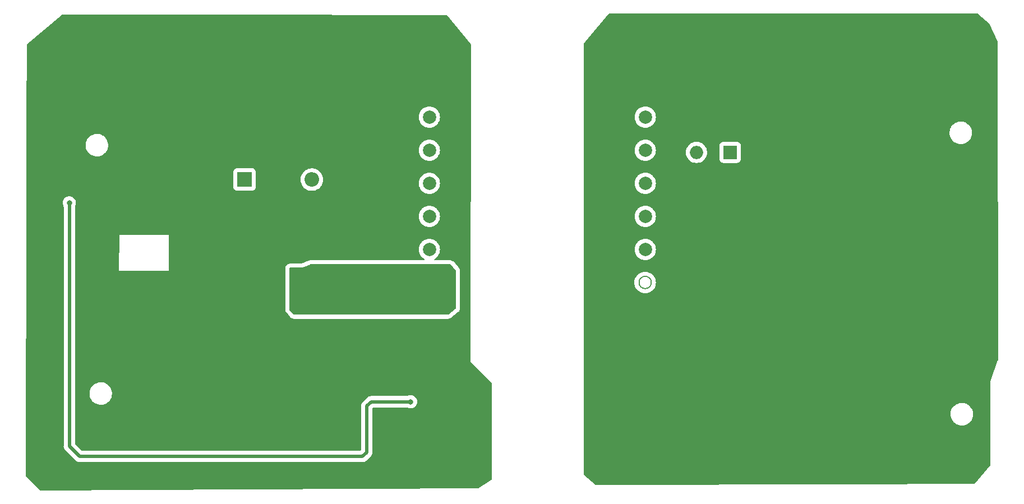
<source format=gbr>
%TF.GenerationSoftware,KiCad,Pcbnew,(6.0.10)*%
%TF.CreationDate,2023-06-11T22:06:00+03:00*%
%TF.ProjectId,flyback,666c7962-6163-46b2-9e6b-696361645f70,rev?*%
%TF.SameCoordinates,Original*%
%TF.FileFunction,Copper,L2,Bot*%
%TF.FilePolarity,Positive*%
%FSLAX46Y46*%
G04 Gerber Fmt 4.6, Leading zero omitted, Abs format (unit mm)*
G04 Created by KiCad (PCBNEW (6.0.10)) date 2023-06-11 22:06:00*
%MOMM*%
%LPD*%
G01*
G04 APERTURE LIST*
%TA.AperFunction,NonConductor*%
%ADD10C,0.200000*%
%TD*%
%TA.AperFunction,ComponentPad*%
%ADD11C,2.000000*%
%TD*%
%TA.AperFunction,ComponentPad*%
%ADD12O,2.000000X2.000000*%
%TD*%
%TA.AperFunction,ComponentPad*%
%ADD13R,2.200000X2.200000*%
%TD*%
%TA.AperFunction,ComponentPad*%
%ADD14O,2.200000X2.200000*%
%TD*%
%TA.AperFunction,ComponentPad*%
%ADD15R,2.000000X2.000000*%
%TD*%
%TA.AperFunction,ViaPad*%
%ADD16C,0.800000*%
%TD*%
%TA.AperFunction,Conductor*%
%ADD17C,0.500000*%
%TD*%
G04 APERTURE END LIST*
D10*
X189138574Y-96164400D02*
G75*
G03*
X189138574Y-96164400I-924574J0D01*
G01*
D11*
%TO.P,T1,11*%
%TO.N,N/C*%
X188229800Y-91186000D03*
%TO.P,T1,10*%
X188229800Y-86186000D03*
%TO.P,T1,9*%
X188229800Y-81186000D03*
%TO.P,T1,8*%
X188229800Y-76186000D03*
%TO.P,T1,7,SB*%
%TO.N,Net-(D2-Pad2)*%
X188229800Y-71186000D03*
%TO.P,T1,6,AA*%
%TO.N,/Vin*%
X155629800Y-71186000D03*
%TO.P,T1,5*%
%TO.N,N/C*%
X155629800Y-76186000D03*
%TO.P,T1,4*%
X155629800Y-81186000D03*
%TO.P,T1,3*%
X155629800Y-86186000D03*
%TO.P,T1,2*%
X155629800Y-91186000D03*
D12*
%TO.P,T1,1,AB*%
%TO.N,Net-(D1-Pad2)*%
X155629800Y-96186000D03*
%TD*%
D13*
%TO.P,D1,1,K*%
%TO.N,Net-(C10-Pad2)*%
X127733000Y-80626000D03*
D14*
%TO.P,D1,2,A*%
%TO.N,Net-(D1-Pad2)*%
X137893000Y-80626000D03*
%TD*%
D15*
%TO.P,D2,1,K*%
%TO.N,/Vout*%
X201041000Y-76510000D03*
D12*
%TO.P,D2,2,A*%
%TO.N,Net-(D2-Pad2)*%
X195961000Y-76510000D03*
%TD*%
D16*
%TO.N,GND2*%
X202793600Y-118338600D03*
X197231000Y-117602000D03*
X200990200Y-111379000D03*
%TO.N,/Vfb*%
X101269800Y-84150200D03*
X152781000Y-114173000D03*
%TO.N,GND1*%
X118795800Y-67995800D03*
X103555800Y-94335600D03*
%TD*%
D17*
%TO.N,/Vfb*%
X152781000Y-114173000D02*
X146837400Y-114173000D01*
X145542000Y-122453400D02*
X102844600Y-122453400D01*
X146177000Y-114833400D02*
X146177000Y-121818400D01*
X102844600Y-122453400D02*
X101269800Y-120878600D01*
X146837400Y-114173000D02*
X146177000Y-114833400D01*
X101269800Y-120878600D02*
X101269800Y-84150200D01*
X146177000Y-121818400D02*
X145542000Y-122453400D01*
%TD*%
%TA.AperFunction,Conductor*%
%TO.N,GND2*%
G36*
X238474915Y-55569802D02*
G01*
X238491156Y-55582211D01*
X240238946Y-57157684D01*
X240269467Y-57199525D01*
X241413983Y-59740380D01*
X241425100Y-59791995D01*
X241475849Y-107901635D01*
X241468593Y-107943908D01*
X240348207Y-111101016D01*
X240341235Y-117678286D01*
X240334849Y-123702636D01*
X240314775Y-123770735D01*
X240304938Y-123784006D01*
X237959388Y-126549286D01*
X237900070Y-126588297D01*
X237863692Y-126593781D01*
X217526239Y-126657053D01*
X180818603Y-126771254D01*
X180750420Y-126751464D01*
X180736251Y-126740955D01*
X178980496Y-125237286D01*
X178941767Y-125177783D01*
X178936456Y-125141537D01*
X178940035Y-115963341D01*
X234313633Y-115963341D01*
X234319729Y-116221990D01*
X234364878Y-116476742D01*
X234448041Y-116721733D01*
X234567305Y-116951325D01*
X234719925Y-117160236D01*
X234902389Y-117343658D01*
X234906235Y-117346499D01*
X234906240Y-117346503D01*
X235053812Y-117455501D01*
X235110498Y-117497370D01*
X235114728Y-117499596D01*
X235114732Y-117499598D01*
X235335226Y-117615605D01*
X235339463Y-117617834D01*
X235584015Y-117702279D01*
X235838526Y-117748761D01*
X235921319Y-117753100D01*
X236082582Y-117753100D01*
X236084961Y-117752919D01*
X236084962Y-117752919D01*
X236270009Y-117738843D01*
X236270014Y-117738842D01*
X236274776Y-117738480D01*
X236279430Y-117737401D01*
X236279432Y-117737401D01*
X236522151Y-117681142D01*
X236522150Y-117681142D01*
X236526815Y-117680061D01*
X236767118Y-117584190D01*
X236990154Y-117453073D01*
X236993865Y-117450052D01*
X236993869Y-117450049D01*
X237187079Y-117292751D01*
X237190791Y-117289729D01*
X237364413Y-117097915D01*
X237507022Y-116882047D01*
X237615338Y-116647091D01*
X237686868Y-116398455D01*
X237719967Y-116141859D01*
X237713871Y-115883210D01*
X237668722Y-115628458D01*
X237585559Y-115383467D01*
X237466295Y-115153875D01*
X237313675Y-114944964D01*
X237131211Y-114761542D01*
X237127365Y-114758701D01*
X237127360Y-114758697D01*
X236926954Y-114610675D01*
X236926953Y-114610674D01*
X236923102Y-114607830D01*
X236918872Y-114605604D01*
X236918868Y-114605602D01*
X236698374Y-114489595D01*
X236698372Y-114489594D01*
X236694137Y-114487366D01*
X236449585Y-114402921D01*
X236195074Y-114356439D01*
X236112281Y-114352100D01*
X235951018Y-114352100D01*
X235948639Y-114352281D01*
X235948638Y-114352281D01*
X235763591Y-114366357D01*
X235763586Y-114366358D01*
X235758824Y-114366720D01*
X235754170Y-114367799D01*
X235754168Y-114367799D01*
X235606351Y-114402061D01*
X235506785Y-114425139D01*
X235266482Y-114521010D01*
X235043446Y-114652127D01*
X235039735Y-114655148D01*
X235039731Y-114655151D01*
X234904883Y-114764935D01*
X234842809Y-114815471D01*
X234669187Y-115007285D01*
X234526578Y-115223153D01*
X234418262Y-115458109D01*
X234346732Y-115706745D01*
X234313633Y-115963341D01*
X178940035Y-115963341D01*
X178947757Y-96164400D01*
X186583901Y-96164400D01*
X186603970Y-96419404D01*
X186605124Y-96424211D01*
X186605125Y-96424217D01*
X186642625Y-96580411D01*
X186663684Y-96668128D01*
X186761571Y-96904449D01*
X186895222Y-97122548D01*
X187061346Y-97317054D01*
X187255852Y-97483178D01*
X187473951Y-97616829D01*
X187478521Y-97618722D01*
X187478525Y-97618724D01*
X187705699Y-97712822D01*
X187710272Y-97714716D01*
X187797989Y-97735775D01*
X187954183Y-97773275D01*
X187954189Y-97773276D01*
X187958996Y-97774430D01*
X188214000Y-97794499D01*
X188469004Y-97774430D01*
X188473811Y-97773276D01*
X188473817Y-97773275D01*
X188630011Y-97735775D01*
X188717728Y-97714716D01*
X188722301Y-97712822D01*
X188949475Y-97618724D01*
X188949479Y-97618722D01*
X188954049Y-97616829D01*
X189172148Y-97483178D01*
X189366654Y-97317054D01*
X189532778Y-97122548D01*
X189666429Y-96904449D01*
X189764316Y-96668128D01*
X189785375Y-96580411D01*
X189822875Y-96424217D01*
X189822876Y-96424211D01*
X189824030Y-96419404D01*
X189844099Y-96164400D01*
X189824030Y-95909396D01*
X189822876Y-95904589D01*
X189822875Y-95904583D01*
X189765471Y-95665484D01*
X189764316Y-95660672D01*
X189666429Y-95424351D01*
X189532778Y-95206252D01*
X189366654Y-95011746D01*
X189172148Y-94845622D01*
X188954049Y-94711971D01*
X188949479Y-94710078D01*
X188949475Y-94710076D01*
X188722301Y-94615978D01*
X188722299Y-94615977D01*
X188717728Y-94614084D01*
X188630011Y-94593025D01*
X188473817Y-94555525D01*
X188473811Y-94555524D01*
X188469004Y-94554370D01*
X188214000Y-94534301D01*
X187958996Y-94554370D01*
X187954189Y-94555524D01*
X187954183Y-94555525D01*
X187797989Y-94593025D01*
X187710272Y-94614084D01*
X187705701Y-94615977D01*
X187705699Y-94615978D01*
X187478525Y-94710076D01*
X187478521Y-94710078D01*
X187473951Y-94711971D01*
X187255852Y-94845622D01*
X187061346Y-95011746D01*
X186895222Y-95206252D01*
X186761571Y-95424351D01*
X186663684Y-95660672D01*
X186662529Y-95665484D01*
X186605125Y-95904583D01*
X186605124Y-95904589D01*
X186603970Y-95909396D01*
X186583901Y-96164400D01*
X178947757Y-96164400D01*
X178949699Y-91186000D01*
X186624351Y-91186000D01*
X186644117Y-91437148D01*
X186702927Y-91682111D01*
X186799334Y-91914859D01*
X186930964Y-92129659D01*
X186934176Y-92133419D01*
X186934179Y-92133424D01*
X187079056Y-92303052D01*
X187094576Y-92321224D01*
X187098338Y-92324437D01*
X187282376Y-92481621D01*
X187282381Y-92481624D01*
X187286141Y-92484836D01*
X187500941Y-92616466D01*
X187505511Y-92618359D01*
X187505515Y-92618361D01*
X187729116Y-92710979D01*
X187733689Y-92712873D01*
X187818089Y-92733135D01*
X187973839Y-92770528D01*
X187973845Y-92770529D01*
X187978652Y-92771683D01*
X188229800Y-92791449D01*
X188480948Y-92771683D01*
X188485755Y-92770529D01*
X188485761Y-92770528D01*
X188641511Y-92733135D01*
X188725911Y-92712873D01*
X188730484Y-92710979D01*
X188954085Y-92618361D01*
X188954089Y-92618359D01*
X188958659Y-92616466D01*
X189173459Y-92484836D01*
X189177219Y-92481624D01*
X189177224Y-92481621D01*
X189361262Y-92324437D01*
X189365024Y-92321224D01*
X189380544Y-92303052D01*
X189525421Y-92133424D01*
X189525424Y-92133419D01*
X189528636Y-92129659D01*
X189660266Y-91914859D01*
X189756673Y-91682111D01*
X189815483Y-91437148D01*
X189835249Y-91186000D01*
X189815483Y-90934852D01*
X189756673Y-90689889D01*
X189660266Y-90457141D01*
X189528636Y-90242341D01*
X189525424Y-90238581D01*
X189525421Y-90238576D01*
X189368237Y-90054538D01*
X189365024Y-90050776D01*
X189346852Y-90035256D01*
X189177224Y-89890379D01*
X189177219Y-89890376D01*
X189173459Y-89887164D01*
X188958659Y-89755534D01*
X188954089Y-89753641D01*
X188954085Y-89753639D01*
X188730484Y-89661021D01*
X188730482Y-89661020D01*
X188725911Y-89659127D01*
X188641511Y-89638865D01*
X188485761Y-89601472D01*
X188485755Y-89601471D01*
X188480948Y-89600317D01*
X188229800Y-89580551D01*
X187978652Y-89600317D01*
X187973845Y-89601471D01*
X187973839Y-89601472D01*
X187818089Y-89638865D01*
X187733689Y-89659127D01*
X187729118Y-89661020D01*
X187729116Y-89661021D01*
X187505515Y-89753639D01*
X187505511Y-89753641D01*
X187500941Y-89755534D01*
X187286141Y-89887164D01*
X187282381Y-89890376D01*
X187282376Y-89890379D01*
X187112748Y-90035256D01*
X187094576Y-90050776D01*
X187091363Y-90054538D01*
X186934179Y-90238576D01*
X186934176Y-90238581D01*
X186930964Y-90242341D01*
X186799334Y-90457141D01*
X186702927Y-90689889D01*
X186644117Y-90934852D01*
X186624351Y-91186000D01*
X178949699Y-91186000D01*
X178951649Y-86186000D01*
X186624351Y-86186000D01*
X186644117Y-86437148D01*
X186702927Y-86682111D01*
X186799334Y-86914859D01*
X186930964Y-87129659D01*
X186934176Y-87133419D01*
X186934179Y-87133424D01*
X187079056Y-87303052D01*
X187094576Y-87321224D01*
X187098338Y-87324437D01*
X187282376Y-87481621D01*
X187282381Y-87481624D01*
X187286141Y-87484836D01*
X187500941Y-87616466D01*
X187505511Y-87618359D01*
X187505515Y-87618361D01*
X187729116Y-87710979D01*
X187733689Y-87712873D01*
X187818089Y-87733135D01*
X187973839Y-87770528D01*
X187973845Y-87770529D01*
X187978652Y-87771683D01*
X188229800Y-87791449D01*
X188480948Y-87771683D01*
X188485755Y-87770529D01*
X188485761Y-87770528D01*
X188641511Y-87733135D01*
X188725911Y-87712873D01*
X188730484Y-87710979D01*
X188954085Y-87618361D01*
X188954089Y-87618359D01*
X188958659Y-87616466D01*
X189173459Y-87484836D01*
X189177219Y-87481624D01*
X189177224Y-87481621D01*
X189361262Y-87324437D01*
X189365024Y-87321224D01*
X189380544Y-87303052D01*
X189525421Y-87133424D01*
X189525424Y-87133419D01*
X189528636Y-87129659D01*
X189660266Y-86914859D01*
X189756673Y-86682111D01*
X189815483Y-86437148D01*
X189835249Y-86186000D01*
X189815483Y-85934852D01*
X189756673Y-85689889D01*
X189660266Y-85457141D01*
X189528636Y-85242341D01*
X189525424Y-85238581D01*
X189525421Y-85238576D01*
X189368237Y-85054538D01*
X189365024Y-85050776D01*
X189346852Y-85035256D01*
X189177224Y-84890379D01*
X189177219Y-84890376D01*
X189173459Y-84887164D01*
X188958659Y-84755534D01*
X188954089Y-84753641D01*
X188954085Y-84753639D01*
X188730484Y-84661021D01*
X188730482Y-84661020D01*
X188725911Y-84659127D01*
X188641511Y-84638865D01*
X188485761Y-84601472D01*
X188485755Y-84601471D01*
X188480948Y-84600317D01*
X188229800Y-84580551D01*
X187978652Y-84600317D01*
X187973845Y-84601471D01*
X187973839Y-84601472D01*
X187818089Y-84638865D01*
X187733689Y-84659127D01*
X187729118Y-84661020D01*
X187729116Y-84661021D01*
X187505515Y-84753639D01*
X187505511Y-84753641D01*
X187500941Y-84755534D01*
X187286141Y-84887164D01*
X187282381Y-84890376D01*
X187282376Y-84890379D01*
X187112748Y-85035256D01*
X187094576Y-85050776D01*
X187091363Y-85054538D01*
X186934179Y-85238576D01*
X186934176Y-85238581D01*
X186930964Y-85242341D01*
X186799334Y-85457141D01*
X186702927Y-85689889D01*
X186644117Y-85934852D01*
X186624351Y-86186000D01*
X178951649Y-86186000D01*
X178953599Y-81186000D01*
X186624351Y-81186000D01*
X186644117Y-81437148D01*
X186702927Y-81682111D01*
X186799334Y-81914859D01*
X186930964Y-82129659D01*
X186934176Y-82133419D01*
X186934179Y-82133424D01*
X187079056Y-82303052D01*
X187094576Y-82321224D01*
X187098338Y-82324437D01*
X187282376Y-82481621D01*
X187282381Y-82481624D01*
X187286141Y-82484836D01*
X187500941Y-82616466D01*
X187505511Y-82618359D01*
X187505515Y-82618361D01*
X187729116Y-82710979D01*
X187733689Y-82712873D01*
X187818089Y-82733135D01*
X187973839Y-82770528D01*
X187973845Y-82770529D01*
X187978652Y-82771683D01*
X188229800Y-82791449D01*
X188480948Y-82771683D01*
X188485755Y-82770529D01*
X188485761Y-82770528D01*
X188641511Y-82733135D01*
X188725911Y-82712873D01*
X188730484Y-82710979D01*
X188954085Y-82618361D01*
X188954089Y-82618359D01*
X188958659Y-82616466D01*
X189173459Y-82484836D01*
X189177219Y-82481624D01*
X189177224Y-82481621D01*
X189361262Y-82324437D01*
X189365024Y-82321224D01*
X189380544Y-82303052D01*
X189525421Y-82133424D01*
X189525424Y-82133419D01*
X189528636Y-82129659D01*
X189660266Y-81914859D01*
X189756673Y-81682111D01*
X189815483Y-81437148D01*
X189835249Y-81186000D01*
X189815483Y-80934852D01*
X189756673Y-80689889D01*
X189660266Y-80457141D01*
X189528636Y-80242341D01*
X189525424Y-80238581D01*
X189525421Y-80238576D01*
X189368237Y-80054538D01*
X189365024Y-80050776D01*
X189346852Y-80035256D01*
X189177224Y-79890379D01*
X189177219Y-79890376D01*
X189173459Y-79887164D01*
X188958659Y-79755534D01*
X188954089Y-79753641D01*
X188954085Y-79753639D01*
X188730484Y-79661021D01*
X188730482Y-79661020D01*
X188725911Y-79659127D01*
X188641511Y-79638865D01*
X188485761Y-79601472D01*
X188485755Y-79601471D01*
X188480948Y-79600317D01*
X188229800Y-79580551D01*
X187978652Y-79600317D01*
X187973845Y-79601471D01*
X187973839Y-79601472D01*
X187818089Y-79638865D01*
X187733689Y-79659127D01*
X187729118Y-79661020D01*
X187729116Y-79661021D01*
X187505515Y-79753639D01*
X187505511Y-79753641D01*
X187500941Y-79755534D01*
X187286141Y-79887164D01*
X187282381Y-79890376D01*
X187282376Y-79890379D01*
X187112748Y-80035256D01*
X187094576Y-80050776D01*
X187091363Y-80054538D01*
X186934179Y-80238576D01*
X186934176Y-80238581D01*
X186930964Y-80242341D01*
X186799334Y-80457141D01*
X186702927Y-80689889D01*
X186644117Y-80934852D01*
X186624351Y-81186000D01*
X178953599Y-81186000D01*
X178954104Y-79890379D01*
X178955549Y-76186000D01*
X186624351Y-76186000D01*
X186644117Y-76437148D01*
X186645271Y-76441955D01*
X186645272Y-76441961D01*
X186682665Y-76597711D01*
X186702927Y-76682111D01*
X186704820Y-76686682D01*
X186704821Y-76686684D01*
X186737659Y-76765961D01*
X186799334Y-76914859D01*
X186930964Y-77129659D01*
X186934176Y-77133419D01*
X186934179Y-77133424D01*
X187027834Y-77243079D01*
X187094576Y-77321224D01*
X187098338Y-77324437D01*
X187282376Y-77481621D01*
X187282381Y-77481624D01*
X187286141Y-77484836D01*
X187500941Y-77616466D01*
X187505511Y-77618359D01*
X187505515Y-77618361D01*
X187729116Y-77710979D01*
X187733689Y-77712873D01*
X187818089Y-77733135D01*
X187973839Y-77770528D01*
X187973845Y-77770529D01*
X187978652Y-77771683D01*
X188229800Y-77791449D01*
X188480948Y-77771683D01*
X188485755Y-77770529D01*
X188485761Y-77770528D01*
X188641511Y-77733135D01*
X188725911Y-77712873D01*
X188730484Y-77710979D01*
X188954085Y-77618361D01*
X188954089Y-77618359D01*
X188958659Y-77616466D01*
X189173459Y-77484836D01*
X189177219Y-77481624D01*
X189177224Y-77481621D01*
X189361262Y-77324437D01*
X189365024Y-77321224D01*
X189431766Y-77243079D01*
X189525421Y-77133424D01*
X189525424Y-77133419D01*
X189528636Y-77129659D01*
X189660266Y-76914859D01*
X189721942Y-76765961D01*
X189754779Y-76686684D01*
X189754780Y-76686682D01*
X189756673Y-76682111D01*
X189776935Y-76597711D01*
X189797993Y-76510000D01*
X194355551Y-76510000D01*
X194375317Y-76761148D01*
X194434127Y-77006111D01*
X194436020Y-77010682D01*
X194436021Y-77010684D01*
X194486862Y-77133424D01*
X194530534Y-77238859D01*
X194662164Y-77453659D01*
X194665376Y-77457419D01*
X194665379Y-77457424D01*
X194799006Y-77613880D01*
X194825776Y-77645224D01*
X194829538Y-77648437D01*
X195013576Y-77805621D01*
X195013581Y-77805624D01*
X195017341Y-77808836D01*
X195232141Y-77940466D01*
X195236711Y-77942359D01*
X195236715Y-77942361D01*
X195460316Y-78034979D01*
X195464889Y-78036873D01*
X195549289Y-78057135D01*
X195705039Y-78094528D01*
X195705045Y-78094529D01*
X195709852Y-78095683D01*
X195961000Y-78115449D01*
X196212148Y-78095683D01*
X196216955Y-78094529D01*
X196216961Y-78094528D01*
X196372711Y-78057135D01*
X196457111Y-78036873D01*
X196461684Y-78034979D01*
X196685285Y-77942361D01*
X196685289Y-77942359D01*
X196689859Y-77940466D01*
X196904659Y-77808836D01*
X196908419Y-77805624D01*
X196908424Y-77805621D01*
X197092462Y-77648437D01*
X197096224Y-77645224D01*
X197122994Y-77613880D01*
X197256621Y-77457424D01*
X197256624Y-77457419D01*
X197259836Y-77453659D01*
X197391466Y-77238859D01*
X197435139Y-77133424D01*
X197485979Y-77010684D01*
X197485980Y-77010682D01*
X197487873Y-77006111D01*
X197546683Y-76761148D01*
X197566449Y-76510000D01*
X197546683Y-76258852D01*
X197530377Y-76190930D01*
X197489028Y-76018701D01*
X197487873Y-76013889D01*
X197455135Y-75934852D01*
X197393361Y-75785715D01*
X197393359Y-75785711D01*
X197391466Y-75781141D01*
X197259836Y-75566341D01*
X197256624Y-75562581D01*
X197256621Y-75562576D01*
X197178099Y-75470639D01*
X199440500Y-75470639D01*
X199440501Y-77549360D01*
X199441039Y-77553444D01*
X199441039Y-77553450D01*
X199454878Y-77658574D01*
X199455956Y-77666762D01*
X199516464Y-77812841D01*
X199612718Y-77938282D01*
X199738159Y-78034536D01*
X199884238Y-78095044D01*
X199892426Y-78096122D01*
X199997545Y-78109961D01*
X200001639Y-78110500D01*
X201040873Y-78110500D01*
X202080360Y-78110499D01*
X202084444Y-78109961D01*
X202084450Y-78109961D01*
X202189575Y-78096122D01*
X202189577Y-78096122D01*
X202197762Y-78095044D01*
X202343841Y-78034536D01*
X202469282Y-77938282D01*
X202565536Y-77812841D01*
X202626044Y-77666762D01*
X202641500Y-77549361D01*
X202641499Y-75470640D01*
X202640325Y-75461715D01*
X202627122Y-75361425D01*
X202627122Y-75361423D01*
X202626044Y-75353238D01*
X202565536Y-75207159D01*
X202469282Y-75081718D01*
X202343841Y-74985464D01*
X202197762Y-74924956D01*
X202189574Y-74923878D01*
X202084448Y-74910038D01*
X202084447Y-74910038D01*
X202080361Y-74909500D01*
X201041127Y-74909500D01*
X200001640Y-74909501D01*
X199997556Y-74910039D01*
X199997550Y-74910039D01*
X199892425Y-74923878D01*
X199892423Y-74923878D01*
X199884238Y-74924956D01*
X199738159Y-74985464D01*
X199612718Y-75081718D01*
X199516464Y-75207159D01*
X199455956Y-75353238D01*
X199440500Y-75470639D01*
X197178099Y-75470639D01*
X197099437Y-75378538D01*
X197096224Y-75374776D01*
X196960339Y-75258719D01*
X196908424Y-75214379D01*
X196908419Y-75214376D01*
X196904659Y-75211164D01*
X196689859Y-75079534D01*
X196685289Y-75077641D01*
X196685285Y-75077639D01*
X196461684Y-74985021D01*
X196461682Y-74985020D01*
X196457111Y-74983127D01*
X196356085Y-74958873D01*
X196216961Y-74925472D01*
X196216955Y-74925471D01*
X196212148Y-74924317D01*
X195961000Y-74904551D01*
X195709852Y-74924317D01*
X195705045Y-74925471D01*
X195705039Y-74925472D01*
X195565915Y-74958873D01*
X195464889Y-74983127D01*
X195460318Y-74985020D01*
X195460316Y-74985021D01*
X195236715Y-75077639D01*
X195236711Y-75077641D01*
X195232141Y-75079534D01*
X195017341Y-75211164D01*
X195013581Y-75214376D01*
X195013576Y-75214379D01*
X194961661Y-75258719D01*
X194825776Y-75374776D01*
X194822563Y-75378538D01*
X194665379Y-75562576D01*
X194665376Y-75562581D01*
X194662164Y-75566341D01*
X194530534Y-75781141D01*
X194528641Y-75785711D01*
X194528639Y-75785715D01*
X194466865Y-75934852D01*
X194434127Y-76013889D01*
X194432972Y-76018701D01*
X194391624Y-76190930D01*
X194375317Y-76258852D01*
X194355551Y-76510000D01*
X189797993Y-76510000D01*
X189814328Y-76441961D01*
X189814329Y-76441955D01*
X189815483Y-76437148D01*
X189835249Y-76186000D01*
X189815483Y-75934852D01*
X189756673Y-75689889D01*
X189705498Y-75566341D01*
X189662161Y-75461715D01*
X189662159Y-75461711D01*
X189660266Y-75457141D01*
X189528636Y-75242341D01*
X189525424Y-75238581D01*
X189525421Y-75238576D01*
X189368237Y-75054538D01*
X189365024Y-75050776D01*
X189309285Y-75003170D01*
X189177224Y-74890379D01*
X189177219Y-74890376D01*
X189173459Y-74887164D01*
X188958659Y-74755534D01*
X188954089Y-74753641D01*
X188954085Y-74753639D01*
X188730484Y-74661021D01*
X188730482Y-74661020D01*
X188725911Y-74659127D01*
X188641511Y-74638865D01*
X188485761Y-74601472D01*
X188485755Y-74601471D01*
X188480948Y-74600317D01*
X188229800Y-74580551D01*
X187978652Y-74600317D01*
X187973845Y-74601471D01*
X187973839Y-74601472D01*
X187818089Y-74638865D01*
X187733689Y-74659127D01*
X187729118Y-74661020D01*
X187729116Y-74661021D01*
X187505515Y-74753639D01*
X187505511Y-74753641D01*
X187500941Y-74755534D01*
X187286141Y-74887164D01*
X187282381Y-74890376D01*
X187282376Y-74890379D01*
X187150315Y-75003170D01*
X187094576Y-75050776D01*
X187091363Y-75054538D01*
X186934179Y-75238576D01*
X186934176Y-75238581D01*
X186930964Y-75242341D01*
X186799334Y-75457141D01*
X186797441Y-75461711D01*
X186797439Y-75461715D01*
X186754102Y-75566341D01*
X186702927Y-75689889D01*
X186644117Y-75934852D01*
X186624351Y-76186000D01*
X178955549Y-76186000D01*
X178956609Y-73469141D01*
X234161233Y-73469141D01*
X234167329Y-73727790D01*
X234212478Y-73982542D01*
X234295641Y-74227533D01*
X234414905Y-74457125D01*
X234567525Y-74666036D01*
X234749989Y-74849458D01*
X234753835Y-74852299D01*
X234753840Y-74852303D01*
X234930962Y-74983127D01*
X234958098Y-75003170D01*
X234962328Y-75005396D01*
X234962332Y-75005398D01*
X235182826Y-75121405D01*
X235187063Y-75123634D01*
X235431615Y-75208079D01*
X235686126Y-75254561D01*
X235768919Y-75258900D01*
X235930182Y-75258900D01*
X235932561Y-75258719D01*
X235932562Y-75258719D01*
X236117609Y-75244643D01*
X236117614Y-75244642D01*
X236122376Y-75244280D01*
X236127030Y-75243201D01*
X236127032Y-75243201D01*
X236369751Y-75186942D01*
X236369750Y-75186942D01*
X236374415Y-75185861D01*
X236614718Y-75089990D01*
X236837754Y-74958873D01*
X236841465Y-74955852D01*
X236841469Y-74955849D01*
X237034679Y-74798551D01*
X237038391Y-74795529D01*
X237212013Y-74603715D01*
X237354622Y-74387847D01*
X237462938Y-74152891D01*
X237534468Y-73904255D01*
X237567567Y-73647659D01*
X237561471Y-73389010D01*
X237516322Y-73134258D01*
X237433159Y-72889267D01*
X237313895Y-72659675D01*
X237161275Y-72450764D01*
X236978811Y-72267342D01*
X236974965Y-72264501D01*
X236974960Y-72264497D01*
X236774554Y-72116475D01*
X236774553Y-72116474D01*
X236770702Y-72113630D01*
X236766472Y-72111404D01*
X236766468Y-72111402D01*
X236545974Y-71995395D01*
X236545972Y-71995394D01*
X236541737Y-71993166D01*
X236297185Y-71908721D01*
X236042674Y-71862239D01*
X235959881Y-71857900D01*
X235798618Y-71857900D01*
X235796239Y-71858081D01*
X235796238Y-71858081D01*
X235611191Y-71872157D01*
X235611186Y-71872158D01*
X235606424Y-71872520D01*
X235601770Y-71873599D01*
X235601768Y-71873599D01*
X235453951Y-71907861D01*
X235354385Y-71930939D01*
X235114082Y-72026810D01*
X234891046Y-72157927D01*
X234887335Y-72160948D01*
X234887331Y-72160951D01*
X234752483Y-72270735D01*
X234690409Y-72321271D01*
X234516787Y-72513085D01*
X234374178Y-72728953D01*
X234372177Y-72733293D01*
X234372175Y-72733297D01*
X234354479Y-72771683D01*
X234265862Y-72963909D01*
X234194332Y-73212545D01*
X234161233Y-73469141D01*
X178956609Y-73469141D01*
X178957499Y-71186000D01*
X186624351Y-71186000D01*
X186644117Y-71437148D01*
X186702927Y-71682111D01*
X186704820Y-71686682D01*
X186704821Y-71686684D01*
X186796792Y-71908721D01*
X186799334Y-71914859D01*
X186930964Y-72129659D01*
X186934176Y-72133419D01*
X186934179Y-72133424D01*
X187048556Y-72267342D01*
X187094576Y-72321224D01*
X187098338Y-72324437D01*
X187282376Y-72481621D01*
X187282381Y-72481624D01*
X187286141Y-72484836D01*
X187500941Y-72616466D01*
X187505511Y-72618359D01*
X187505515Y-72618361D01*
X187615498Y-72663917D01*
X187733689Y-72712873D01*
X187818089Y-72733135D01*
X187973839Y-72770528D01*
X187973845Y-72770529D01*
X187978652Y-72771683D01*
X188229800Y-72791449D01*
X188480948Y-72771683D01*
X188485755Y-72770529D01*
X188485761Y-72770528D01*
X188641511Y-72733135D01*
X188725911Y-72712873D01*
X188844102Y-72663917D01*
X188954085Y-72618361D01*
X188954089Y-72618359D01*
X188958659Y-72616466D01*
X189173459Y-72484836D01*
X189177219Y-72481624D01*
X189177224Y-72481621D01*
X189361262Y-72324437D01*
X189365024Y-72321224D01*
X189411044Y-72267342D01*
X189525421Y-72133424D01*
X189525424Y-72133419D01*
X189528636Y-72129659D01*
X189660266Y-71914859D01*
X189662809Y-71908721D01*
X189754779Y-71686684D01*
X189754780Y-71686682D01*
X189756673Y-71682111D01*
X189815483Y-71437148D01*
X189835249Y-71186000D01*
X189815483Y-70934852D01*
X189756673Y-70689889D01*
X189660266Y-70457141D01*
X189528636Y-70242341D01*
X189525424Y-70238581D01*
X189525421Y-70238576D01*
X189368237Y-70054538D01*
X189365024Y-70050776D01*
X189346852Y-70035256D01*
X189177224Y-69890379D01*
X189177219Y-69890376D01*
X189173459Y-69887164D01*
X188958659Y-69755534D01*
X188954089Y-69753641D01*
X188954085Y-69753639D01*
X188730484Y-69661021D01*
X188730482Y-69661020D01*
X188725911Y-69659127D01*
X188641511Y-69638865D01*
X188485761Y-69601472D01*
X188485755Y-69601471D01*
X188480948Y-69600317D01*
X188229800Y-69580551D01*
X187978652Y-69600317D01*
X187973845Y-69601471D01*
X187973839Y-69601472D01*
X187818089Y-69638865D01*
X187733689Y-69659127D01*
X187729118Y-69661020D01*
X187729116Y-69661021D01*
X187505515Y-69753639D01*
X187505511Y-69753641D01*
X187500941Y-69755534D01*
X187286141Y-69887164D01*
X187282381Y-69890376D01*
X187282376Y-69890379D01*
X187112748Y-70035256D01*
X187094576Y-70050776D01*
X187091363Y-70054538D01*
X186934179Y-70238576D01*
X186934176Y-70238581D01*
X186930964Y-70242341D01*
X186799334Y-70457141D01*
X186702927Y-70689889D01*
X186644117Y-70934852D01*
X186624351Y-71186000D01*
X178957499Y-71186000D01*
X178961815Y-60119499D01*
X178981844Y-60051387D01*
X178990973Y-60038941D01*
X179196524Y-59791995D01*
X182689817Y-55595192D01*
X182748771Y-55555631D01*
X182786659Y-55549800D01*
X238406794Y-55549800D01*
X238474915Y-55569802D01*
G37*
%TD.AperFunction*%
%TD*%
%TA.AperFunction,Conductor*%
%TO.N,Net-(D1-Pad2)*%
G36*
X158861769Y-93441202D02*
G01*
X158889314Y-93465200D01*
X159583266Y-94274810D01*
X159612412Y-94339549D01*
X159613600Y-94356810D01*
X159613600Y-100090575D01*
X159593598Y-100158696D01*
X159564957Y-100190033D01*
X158504725Y-101014658D01*
X158438673Y-101040692D01*
X158427368Y-101041200D01*
X135161615Y-101041200D01*
X135093494Y-101021198D01*
X135064819Y-100995863D01*
X134496804Y-100314245D01*
X134468560Y-100249108D01*
X134467600Y-100233582D01*
X134467600Y-94055200D01*
X134487602Y-93987079D01*
X134541258Y-93940586D01*
X134593600Y-93929200D01*
X136499600Y-93929200D01*
X136511681Y-93923831D01*
X136511684Y-93923830D01*
X137618165Y-93432060D01*
X137669338Y-93421200D01*
X158793648Y-93421200D01*
X158861769Y-93441202D01*
G37*
%TD.AperFunction*%
%TD*%
%TA.AperFunction,Conductor*%
%TO.N,GND1*%
G36*
X124011053Y-55748478D02*
G01*
X158183009Y-55778348D01*
X158251111Y-55798410D01*
X158279740Y-55823740D01*
X161870418Y-60137541D01*
X161898625Y-60202694D01*
X161899576Y-60218213D01*
X161874200Y-108127800D01*
X161881748Y-108135408D01*
X161881748Y-108135409D01*
X165012650Y-111291358D01*
X165046426Y-111353806D01*
X165049200Y-111380098D01*
X165049200Y-125840132D01*
X165029198Y-125908253D01*
X164992789Y-125945172D01*
X163048574Y-127233214D01*
X162979566Y-127254173D01*
X127675783Y-127416864D01*
X96927326Y-127558562D01*
X96859114Y-127538874D01*
X96838627Y-127522625D01*
X96564079Y-127254000D01*
X94778483Y-125506931D01*
X94743781Y-125444993D01*
X94740602Y-125416673D01*
X94804902Y-84136163D01*
X100264557Y-84136163D01*
X100280975Y-84331683D01*
X100335058Y-84520291D01*
X100405367Y-84657097D01*
X100419300Y-84714689D01*
X100419300Y-120837538D01*
X100418858Y-120848079D01*
X100414540Y-120899502D01*
X100415442Y-120906262D01*
X100415442Y-120906266D01*
X100425181Y-120979259D01*
X100425551Y-120982313D01*
X100434242Y-121062309D01*
X100436416Y-121068769D01*
X100437086Y-121071817D01*
X100437167Y-121072278D01*
X100437203Y-121072429D01*
X100437336Y-121072888D01*
X100438078Y-121075907D01*
X100438980Y-121082669D01*
X100441313Y-121089079D01*
X100441314Y-121089083D01*
X100466497Y-121158271D01*
X100467514Y-121161175D01*
X100493183Y-121237448D01*
X100496700Y-121243302D01*
X100498000Y-121246114D01*
X100498182Y-121246557D01*
X100498258Y-121246716D01*
X100498486Y-121247134D01*
X100499849Y-121249903D01*
X100502182Y-121256315D01*
X100505836Y-121262073D01*
X100505839Y-121262079D01*
X100545290Y-121324244D01*
X100546908Y-121326863D01*
X100588357Y-121395844D01*
X100593046Y-121400803D01*
X100594928Y-121403282D01*
X100595468Y-121404059D01*
X100598425Y-121407969D01*
X100601198Y-121412338D01*
X100604983Y-121416572D01*
X100658489Y-121470078D01*
X100660942Y-121472600D01*
X100715324Y-121530107D01*
X100720966Y-121533941D01*
X100726166Y-121538367D01*
X100725822Y-121538771D01*
X100733718Y-121545307D01*
X102214167Y-123025756D01*
X102221310Y-123033523D01*
X102254620Y-123072940D01*
X102260039Y-123077083D01*
X102260040Y-123077084D01*
X102318540Y-123121810D01*
X102320960Y-123123708D01*
X102383673Y-123174131D01*
X102389791Y-123177168D01*
X102392402Y-123178838D01*
X102392796Y-123179114D01*
X102392920Y-123179191D01*
X102393342Y-123179423D01*
X102395995Y-123181030D01*
X102401420Y-123185177D01*
X102470440Y-123217361D01*
X102474330Y-123219175D01*
X102477105Y-123220510D01*
X102543080Y-123253261D01*
X102543084Y-123253263D01*
X102549193Y-123256295D01*
X102555818Y-123257947D01*
X102558721Y-123259015D01*
X102559173Y-123259203D01*
X102559308Y-123259251D01*
X102559767Y-123259386D01*
X102562708Y-123260387D01*
X102568897Y-123263273D01*
X102575560Y-123264762D01*
X102575559Y-123264762D01*
X102647431Y-123280827D01*
X102650428Y-123281536D01*
X102716538Y-123298019D01*
X102728494Y-123301000D01*
X102735314Y-123301190D01*
X102738392Y-123301612D01*
X102739309Y-123301777D01*
X102744185Y-123302454D01*
X102749237Y-123303583D01*
X102754907Y-123303900D01*
X102830565Y-123303900D01*
X102834084Y-123303949D01*
X102913212Y-123306159D01*
X102919918Y-123304880D01*
X102926715Y-123304333D01*
X102926758Y-123304862D01*
X102936964Y-123303900D01*
X145500938Y-123303900D01*
X145511479Y-123304342D01*
X145562902Y-123308660D01*
X145569662Y-123307758D01*
X145569666Y-123307758D01*
X145642659Y-123298019D01*
X145645713Y-123297649D01*
X145718928Y-123289695D01*
X145718931Y-123289694D01*
X145725709Y-123288958D01*
X145732169Y-123286784D01*
X145735217Y-123286114D01*
X145735678Y-123286033D01*
X145735829Y-123285997D01*
X145736288Y-123285864D01*
X145739307Y-123285122D01*
X145746069Y-123284220D01*
X145752479Y-123281887D01*
X145752483Y-123281886D01*
X145821671Y-123256703D01*
X145824577Y-123255685D01*
X145894377Y-123232195D01*
X145894379Y-123232194D01*
X145900848Y-123230017D01*
X145906702Y-123226500D01*
X145909514Y-123225200D01*
X145909957Y-123225018D01*
X145910116Y-123224942D01*
X145910534Y-123224714D01*
X145913303Y-123223351D01*
X145919715Y-123221018D01*
X145925473Y-123217364D01*
X145925479Y-123217361D01*
X145987644Y-123177910D01*
X145990263Y-123176292D01*
X146053393Y-123138359D01*
X146053395Y-123138358D01*
X146059244Y-123134843D01*
X146064203Y-123130154D01*
X146066682Y-123128272D01*
X146067459Y-123127732D01*
X146071369Y-123124775D01*
X146075738Y-123122002D01*
X146079972Y-123118217D01*
X146133477Y-123064712D01*
X146135999Y-123062259D01*
X146188549Y-123012565D01*
X146188551Y-123012563D01*
X146193507Y-123007876D01*
X146197341Y-123002234D01*
X146201767Y-122997034D01*
X146202170Y-122997377D01*
X146208704Y-122989485D01*
X146749356Y-122448832D01*
X146757124Y-122441689D01*
X146791326Y-122412786D01*
X146796540Y-122408380D01*
X146845409Y-122344462D01*
X146847302Y-122342047D01*
X146893454Y-122284647D01*
X146893456Y-122284644D01*
X146897731Y-122279327D01*
X146900768Y-122273210D01*
X146902438Y-122270598D01*
X146902714Y-122270204D01*
X146902791Y-122270080D01*
X146903023Y-122269658D01*
X146904630Y-122267005D01*
X146908777Y-122261580D01*
X146942779Y-122188662D01*
X146944110Y-122185895D01*
X146976861Y-122119920D01*
X146976863Y-122119916D01*
X146979895Y-122113807D01*
X146981547Y-122107182D01*
X146982615Y-122104279D01*
X146982803Y-122103827D01*
X146982851Y-122103692D01*
X146982986Y-122103233D01*
X146983987Y-122100292D01*
X146986873Y-122094103D01*
X147004427Y-122015569D01*
X147005136Y-122012572D01*
X147022949Y-121941128D01*
X147022949Y-121941127D01*
X147024600Y-121934506D01*
X147024790Y-121927686D01*
X147025212Y-121924608D01*
X147025377Y-121923691D01*
X147026054Y-121918815D01*
X147027183Y-121913763D01*
X147027500Y-121908093D01*
X147027500Y-121832435D01*
X147027549Y-121828917D01*
X147029568Y-121756609D01*
X147029759Y-121749788D01*
X147028480Y-121743082D01*
X147027933Y-121736285D01*
X147028462Y-121736242D01*
X147027500Y-121726036D01*
X147027500Y-115237880D01*
X147047502Y-115169759D01*
X147064404Y-115148785D01*
X147152783Y-115060405D01*
X147215095Y-115026380D01*
X147241879Y-115023500D01*
X152219088Y-115023500D01*
X152280558Y-115039512D01*
X152378513Y-115094257D01*
X152565118Y-115154889D01*
X152759946Y-115178121D01*
X152766081Y-115177649D01*
X152766083Y-115177649D01*
X152949434Y-115163541D01*
X152949438Y-115163540D01*
X152955576Y-115163068D01*
X153144556Y-115110303D01*
X153319689Y-115021837D01*
X153474303Y-114901040D01*
X153544804Y-114819364D01*
X153598485Y-114757173D01*
X153598485Y-114757172D01*
X153602509Y-114752511D01*
X153607511Y-114743707D01*
X153666863Y-114639228D01*
X153699425Y-114581909D01*
X153761358Y-114395732D01*
X153785949Y-114201071D01*
X153786341Y-114173000D01*
X153767194Y-113977728D01*
X153765413Y-113971829D01*
X153765412Y-113971824D01*
X153712265Y-113795793D01*
X153710484Y-113789894D01*
X153618370Y-113616653D01*
X153494361Y-113464602D01*
X153343180Y-113339535D01*
X153170585Y-113246213D01*
X153076868Y-113217203D01*
X152989039Y-113190015D01*
X152989036Y-113190014D01*
X152983152Y-113188193D01*
X152977027Y-113187549D01*
X152977026Y-113187549D01*
X152794147Y-113168327D01*
X152794146Y-113168327D01*
X152788019Y-113167683D01*
X152665383Y-113178844D01*
X152598759Y-113184907D01*
X152598758Y-113184907D01*
X152592618Y-113185466D01*
X152586704Y-113187207D01*
X152586702Y-113187207D01*
X152457734Y-113225165D01*
X152404393Y-113240864D01*
X152398928Y-113243721D01*
X152275664Y-113308162D01*
X152217289Y-113322500D01*
X146878462Y-113322500D01*
X146867921Y-113322058D01*
X146816498Y-113317740D01*
X146809738Y-113318642D01*
X146809734Y-113318642D01*
X146736741Y-113328381D01*
X146733687Y-113328751D01*
X146660472Y-113336705D01*
X146660469Y-113336706D01*
X146653691Y-113337442D01*
X146647231Y-113339616D01*
X146644183Y-113340286D01*
X146643722Y-113340367D01*
X146643571Y-113340403D01*
X146643112Y-113340536D01*
X146640093Y-113341278D01*
X146633331Y-113342180D01*
X146626921Y-113344513D01*
X146626917Y-113344514D01*
X146557729Y-113369697D01*
X146554823Y-113370715D01*
X146485023Y-113394205D01*
X146485021Y-113394206D01*
X146478552Y-113396383D01*
X146472698Y-113399900D01*
X146469886Y-113401200D01*
X146469443Y-113401382D01*
X146469284Y-113401458D01*
X146468866Y-113401686D01*
X146466097Y-113403049D01*
X146459685Y-113405382D01*
X146453927Y-113409036D01*
X146453921Y-113409039D01*
X146391756Y-113448490D01*
X146389137Y-113450108D01*
X146326007Y-113488041D01*
X146326005Y-113488042D01*
X146320156Y-113491557D01*
X146315197Y-113496246D01*
X146312718Y-113498128D01*
X146311941Y-113498668D01*
X146308031Y-113501625D01*
X146303662Y-113504398D01*
X146299428Y-113508183D01*
X146245923Y-113561688D01*
X146243401Y-113564141D01*
X146185893Y-113618524D01*
X146182059Y-113624166D01*
X146177633Y-113629366D01*
X146177230Y-113629023D01*
X146170696Y-113636915D01*
X145604644Y-114202968D01*
X145596876Y-114210111D01*
X145557460Y-114243420D01*
X145553313Y-114248844D01*
X145553312Y-114248845D01*
X145508598Y-114307329D01*
X145506705Y-114309745D01*
X145456269Y-114372473D01*
X145453232Y-114378590D01*
X145451562Y-114381202D01*
X145451286Y-114381596D01*
X145451209Y-114381720D01*
X145450977Y-114382142D01*
X145449370Y-114384795D01*
X145445223Y-114390220D01*
X145411225Y-114463130D01*
X145409890Y-114465905D01*
X145377139Y-114531880D01*
X145377137Y-114531884D01*
X145374105Y-114537993D01*
X145372453Y-114544618D01*
X145371385Y-114547521D01*
X145371197Y-114547973D01*
X145371149Y-114548108D01*
X145371014Y-114548567D01*
X145370013Y-114551508D01*
X145367127Y-114557697D01*
X145365638Y-114564359D01*
X145349573Y-114636231D01*
X145348864Y-114639228D01*
X145331051Y-114710672D01*
X145329400Y-114717294D01*
X145329210Y-114724114D01*
X145328788Y-114727192D01*
X145328623Y-114728109D01*
X145327946Y-114732985D01*
X145326817Y-114738037D01*
X145326500Y-114743707D01*
X145326500Y-114819364D01*
X145326451Y-114822882D01*
X145324241Y-114902011D01*
X145325520Y-114908717D01*
X145326067Y-114915514D01*
X145325538Y-114915557D01*
X145326500Y-114925763D01*
X145326500Y-121413920D01*
X145306498Y-121482041D01*
X145289596Y-121503015D01*
X145226617Y-121565995D01*
X145164305Y-121600020D01*
X145137521Y-121602900D01*
X103249078Y-121602900D01*
X103180957Y-121582898D01*
X103159983Y-121565995D01*
X102157205Y-120563217D01*
X102123179Y-120500905D01*
X102120300Y-120474122D01*
X102120300Y-112839141D01*
X104316433Y-112839141D01*
X104322529Y-113097790D01*
X104323363Y-113102495D01*
X104365842Y-113342180D01*
X104367678Y-113352542D01*
X104450841Y-113597533D01*
X104570105Y-113827125D01*
X104722725Y-114036036D01*
X104905189Y-114219458D01*
X104909035Y-114222299D01*
X104909040Y-114222303D01*
X105109446Y-114370325D01*
X105113298Y-114373170D01*
X105117528Y-114375396D01*
X105117532Y-114375398D01*
X105338026Y-114491405D01*
X105342263Y-114493634D01*
X105586815Y-114578079D01*
X105841326Y-114624561D01*
X105924119Y-114628900D01*
X106085382Y-114628900D01*
X106087761Y-114628719D01*
X106087762Y-114628719D01*
X106272809Y-114614643D01*
X106272814Y-114614642D01*
X106277576Y-114614280D01*
X106282230Y-114613201D01*
X106282232Y-114613201D01*
X106524951Y-114556942D01*
X106524950Y-114556942D01*
X106529615Y-114555861D01*
X106769918Y-114459990D01*
X106992954Y-114328873D01*
X106996665Y-114325852D01*
X106996669Y-114325849D01*
X107184414Y-114173000D01*
X107193591Y-114165529D01*
X107367213Y-113973715D01*
X107509822Y-113757847D01*
X107565573Y-113636915D01*
X107616132Y-113527243D01*
X107616133Y-113527240D01*
X107618138Y-113522891D01*
X107625077Y-113498773D01*
X107673990Y-113328751D01*
X107689668Y-113274255D01*
X107692908Y-113249143D01*
X107722156Y-113022396D01*
X107722767Y-113017659D01*
X107716671Y-112759010D01*
X107671522Y-112504258D01*
X107588359Y-112259267D01*
X107469095Y-112029675D01*
X107316475Y-111820764D01*
X107134011Y-111637342D01*
X107130165Y-111634501D01*
X107130160Y-111634497D01*
X106929754Y-111486475D01*
X106929753Y-111486474D01*
X106925902Y-111483630D01*
X106921672Y-111481404D01*
X106921668Y-111481402D01*
X106701174Y-111365395D01*
X106701172Y-111365394D01*
X106696937Y-111363166D01*
X106452385Y-111278721D01*
X106197874Y-111232239D01*
X106115081Y-111227900D01*
X105953818Y-111227900D01*
X105951439Y-111228081D01*
X105951438Y-111228081D01*
X105766391Y-111242157D01*
X105766386Y-111242158D01*
X105761624Y-111242520D01*
X105756970Y-111243599D01*
X105756968Y-111243599D01*
X105609151Y-111277861D01*
X105509585Y-111300939D01*
X105269282Y-111396810D01*
X105046246Y-111527927D01*
X105042535Y-111530948D01*
X105042531Y-111530951D01*
X104907683Y-111640735D01*
X104845609Y-111691271D01*
X104671987Y-111883085D01*
X104529378Y-112098953D01*
X104421062Y-112333909D01*
X104349532Y-112582545D01*
X104316433Y-112839141D01*
X102120300Y-112839141D01*
X102120300Y-100233582D01*
X133862100Y-100233582D01*
X133863254Y-100270950D01*
X133864214Y-100286476D01*
X133869621Y-100338000D01*
X133871126Y-100343268D01*
X133910061Y-100479572D01*
X133913036Y-100489988D01*
X133941280Y-100555125D01*
X133943639Y-100558956D01*
X133947211Y-100564756D01*
X134031646Y-100701877D01*
X134599661Y-101383495D01*
X134663909Y-101449626D01*
X134692584Y-101474961D01*
X134694810Y-101476603D01*
X134694820Y-101476611D01*
X134772796Y-101534126D01*
X134778352Y-101538224D01*
X134922906Y-101602171D01*
X134991027Y-101622173D01*
X134995483Y-101622814D01*
X134995489Y-101622815D01*
X135091395Y-101636604D01*
X135161615Y-101646700D01*
X158427368Y-101646700D01*
X158428063Y-101646684D01*
X158428100Y-101646684D01*
X158443856Y-101646330D01*
X158454549Y-101646090D01*
X158465854Y-101645582D01*
X158466928Y-101645497D01*
X158466955Y-101645495D01*
X158502146Y-101642699D01*
X158502151Y-101642698D01*
X158507339Y-101642286D01*
X158533521Y-101635752D01*
X158656697Y-101605015D01*
X158656702Y-101605014D01*
X158660703Y-101604015D01*
X158664541Y-101602502D01*
X158664545Y-101602501D01*
X158722560Y-101579635D01*
X158722567Y-101579632D01*
X158726755Y-101577981D01*
X158876466Y-101492611D01*
X158880015Y-101489851D01*
X158880019Y-101489848D01*
X159893124Y-100701877D01*
X159936698Y-100667986D01*
X160011904Y-100598528D01*
X160040545Y-100567191D01*
X160110624Y-100473838D01*
X160174571Y-100329284D01*
X160194573Y-100261163D01*
X160198679Y-100232610D01*
X160218458Y-100095038D01*
X160219100Y-100090575D01*
X160219100Y-94356810D01*
X160217671Y-94315234D01*
X160216483Y-94297973D01*
X160210059Y-94242348D01*
X160164538Y-94090978D01*
X160150459Y-94059706D01*
X160137241Y-94030345D01*
X160137238Y-94030340D01*
X160135392Y-94026239D01*
X160042996Y-93880756D01*
X159991304Y-93820448D01*
X159577071Y-93337177D01*
X159349044Y-93071146D01*
X159287063Y-93008663D01*
X159285353Y-93007173D01*
X159285340Y-93007161D01*
X159272389Y-92995879D01*
X159259518Y-92984665D01*
X159257372Y-92983094D01*
X159257365Y-92983088D01*
X159222538Y-92957586D01*
X159176911Y-92924176D01*
X159032357Y-92860229D01*
X158964236Y-92840227D01*
X158959780Y-92839586D01*
X158959774Y-92839585D01*
X158863868Y-92825796D01*
X158793648Y-92815700D01*
X156480302Y-92815700D01*
X156412181Y-92795698D01*
X156365688Y-92742042D01*
X156355584Y-92671768D01*
X156385078Y-92607188D01*
X156414467Y-92582268D01*
X156569233Y-92487427D01*
X156569244Y-92487419D01*
X156573459Y-92484836D01*
X156577219Y-92481625D01*
X156577224Y-92481621D01*
X156761262Y-92324437D01*
X156765024Y-92321224D01*
X156780544Y-92303052D01*
X156925421Y-92133424D01*
X156925424Y-92133419D01*
X156928636Y-92129659D01*
X157060266Y-91914859D01*
X157156673Y-91682111D01*
X157215483Y-91437148D01*
X157235249Y-91186000D01*
X157215483Y-90934852D01*
X157156673Y-90689889D01*
X157060266Y-90457141D01*
X156928636Y-90242341D01*
X156925424Y-90238581D01*
X156925421Y-90238576D01*
X156768237Y-90054538D01*
X156765024Y-90050776D01*
X156746852Y-90035256D01*
X156577224Y-89890379D01*
X156577219Y-89890376D01*
X156573459Y-89887164D01*
X156358659Y-89755534D01*
X156354089Y-89753641D01*
X156354085Y-89753639D01*
X156130484Y-89661021D01*
X156130482Y-89661020D01*
X156125911Y-89659127D01*
X156041511Y-89638865D01*
X155885761Y-89601472D01*
X155885755Y-89601471D01*
X155880948Y-89600317D01*
X155629800Y-89580551D01*
X155378652Y-89600317D01*
X155373845Y-89601471D01*
X155373839Y-89601472D01*
X155218089Y-89638865D01*
X155133689Y-89659127D01*
X155129118Y-89661020D01*
X155129116Y-89661021D01*
X154905515Y-89753639D01*
X154905511Y-89753641D01*
X154900941Y-89755534D01*
X154686141Y-89887164D01*
X154682381Y-89890376D01*
X154682376Y-89890379D01*
X154512748Y-90035256D01*
X154494576Y-90050776D01*
X154491363Y-90054538D01*
X154334179Y-90238576D01*
X154334176Y-90238581D01*
X154330964Y-90242341D01*
X154199334Y-90457141D01*
X154102927Y-90689889D01*
X154044117Y-90934852D01*
X154024351Y-91186000D01*
X154044117Y-91437148D01*
X154102927Y-91682111D01*
X154199334Y-91914859D01*
X154330964Y-92129659D01*
X154334176Y-92133419D01*
X154334179Y-92133424D01*
X154479056Y-92303052D01*
X154494576Y-92321224D01*
X154498338Y-92324437D01*
X154682376Y-92481621D01*
X154682381Y-92481625D01*
X154686141Y-92484836D01*
X154690356Y-92487419D01*
X154690367Y-92487427D01*
X154845133Y-92582268D01*
X154892764Y-92634915D01*
X154904371Y-92704957D01*
X154876268Y-92770154D01*
X154817377Y-92809808D01*
X154779298Y-92815700D01*
X137669338Y-92815700D01*
X137543637Y-92828891D01*
X137540418Y-92829574D01*
X137540419Y-92829574D01*
X137495686Y-92839067D01*
X137495682Y-92839068D01*
X137492464Y-92839751D01*
X137478952Y-92844134D01*
X137375376Y-92877732D01*
X137375370Y-92877734D01*
X137372248Y-92878747D01*
X136935420Y-93072893D01*
X136395539Y-93312840D01*
X136344366Y-93323700D01*
X134593600Y-93323700D01*
X134464895Y-93337537D01*
X134461611Y-93338251D01*
X134461607Y-93338252D01*
X134416207Y-93348128D01*
X134416205Y-93348129D01*
X134412553Y-93348923D01*
X134409016Y-93350147D01*
X134409013Y-93350148D01*
X134330968Y-93377159D01*
X134276689Y-93395945D01*
X134219680Y-93433548D01*
X134148186Y-93480706D01*
X134148179Y-93480711D01*
X134144741Y-93482979D01*
X134091085Y-93529472D01*
X134069758Y-93548859D01*
X134066695Y-93552660D01*
X134066694Y-93552661D01*
X133975757Y-93665507D01*
X133975755Y-93665510D01*
X133970576Y-93671937D01*
X133906629Y-93816491D01*
X133886627Y-93884612D01*
X133862100Y-94055200D01*
X133862100Y-100233582D01*
X102120300Y-100233582D01*
X102120300Y-94437200D01*
X108788200Y-94437200D01*
X116281200Y-94437200D01*
X116281117Y-94419085D01*
X116255884Y-88968915D01*
X116255800Y-88950800D01*
X116242290Y-88950846D01*
X116242289Y-88950846D01*
X109900674Y-88972564D01*
X108839000Y-88976200D01*
X108788200Y-94437200D01*
X102120300Y-94437200D01*
X102120300Y-86186000D01*
X154024351Y-86186000D01*
X154044117Y-86437148D01*
X154102927Y-86682111D01*
X154199334Y-86914859D01*
X154330964Y-87129659D01*
X154334176Y-87133419D01*
X154334179Y-87133424D01*
X154479056Y-87303052D01*
X154494576Y-87321224D01*
X154498338Y-87324437D01*
X154682376Y-87481621D01*
X154682381Y-87481624D01*
X154686141Y-87484836D01*
X154900941Y-87616466D01*
X154905511Y-87618359D01*
X154905515Y-87618361D01*
X155129116Y-87710979D01*
X155133689Y-87712873D01*
X155218089Y-87733135D01*
X155373839Y-87770528D01*
X155373845Y-87770529D01*
X155378652Y-87771683D01*
X155629800Y-87791449D01*
X155880948Y-87771683D01*
X155885755Y-87770529D01*
X155885761Y-87770528D01*
X156041511Y-87733135D01*
X156125911Y-87712873D01*
X156130484Y-87710979D01*
X156354085Y-87618361D01*
X156354089Y-87618359D01*
X156358659Y-87616466D01*
X156573459Y-87484836D01*
X156577219Y-87481624D01*
X156577224Y-87481621D01*
X156761262Y-87324437D01*
X156765024Y-87321224D01*
X156780544Y-87303052D01*
X156925421Y-87133424D01*
X156925424Y-87133419D01*
X156928636Y-87129659D01*
X157060266Y-86914859D01*
X157156673Y-86682111D01*
X157215483Y-86437148D01*
X157235249Y-86186000D01*
X157215483Y-85934852D01*
X157156673Y-85689889D01*
X157060266Y-85457141D01*
X156928636Y-85242341D01*
X156925424Y-85238581D01*
X156925421Y-85238576D01*
X156768237Y-85054538D01*
X156765024Y-85050776D01*
X156746852Y-85035256D01*
X156577224Y-84890379D01*
X156577219Y-84890376D01*
X156573459Y-84887164D01*
X156358659Y-84755534D01*
X156354089Y-84753641D01*
X156354085Y-84753639D01*
X156130484Y-84661021D01*
X156130482Y-84661020D01*
X156125911Y-84659127D01*
X156041511Y-84638865D01*
X155885761Y-84601472D01*
X155885755Y-84601471D01*
X155880948Y-84600317D01*
X155629800Y-84580551D01*
X155378652Y-84600317D01*
X155373845Y-84601471D01*
X155373839Y-84601472D01*
X155218089Y-84638865D01*
X155133689Y-84659127D01*
X155129118Y-84661020D01*
X155129116Y-84661021D01*
X154905515Y-84753639D01*
X154905511Y-84753641D01*
X154900941Y-84755534D01*
X154686141Y-84887164D01*
X154682381Y-84890376D01*
X154682376Y-84890379D01*
X154512748Y-85035256D01*
X154494576Y-85050776D01*
X154491363Y-85054538D01*
X154334179Y-85238576D01*
X154334176Y-85238581D01*
X154330964Y-85242341D01*
X154199334Y-85457141D01*
X154102927Y-85689889D01*
X154044117Y-85934852D01*
X154024351Y-86186000D01*
X102120300Y-86186000D01*
X102120300Y-84711968D01*
X102136744Y-84649731D01*
X102185179Y-84564472D01*
X102185181Y-84564467D01*
X102188225Y-84559109D01*
X102250158Y-84372932D01*
X102274749Y-84178271D01*
X102275141Y-84150200D01*
X102255994Y-83954928D01*
X102254213Y-83949029D01*
X102254212Y-83949024D01*
X102201065Y-83772993D01*
X102199284Y-83767094D01*
X102107170Y-83593853D01*
X101983161Y-83441802D01*
X101831980Y-83316735D01*
X101659385Y-83223413D01*
X101565669Y-83194403D01*
X101477839Y-83167215D01*
X101477836Y-83167214D01*
X101471952Y-83165393D01*
X101465827Y-83164749D01*
X101465826Y-83164749D01*
X101282947Y-83145527D01*
X101282946Y-83145527D01*
X101276819Y-83144883D01*
X101154183Y-83156044D01*
X101087559Y-83162107D01*
X101087558Y-83162107D01*
X101081418Y-83162666D01*
X101075504Y-83164407D01*
X101075502Y-83164407D01*
X100946534Y-83202365D01*
X100893193Y-83218064D01*
X100887728Y-83220921D01*
X100724772Y-83306112D01*
X100724768Y-83306115D01*
X100719312Y-83308967D01*
X100714512Y-83312827D01*
X100714511Y-83312827D01*
X100680126Y-83340473D01*
X100566400Y-83431911D01*
X100440280Y-83582216D01*
X100437316Y-83587608D01*
X100437313Y-83587612D01*
X100358613Y-83730767D01*
X100345756Y-83754154D01*
X100286428Y-83941178D01*
X100264557Y-84136163D01*
X94804902Y-84136163D01*
X94812144Y-79486639D01*
X126032500Y-79486639D01*
X126032501Y-81765360D01*
X126033039Y-81769444D01*
X126033039Y-81769450D01*
X126046878Y-81874574D01*
X126047956Y-81882762D01*
X126108464Y-82028841D01*
X126204718Y-82154282D01*
X126330159Y-82250536D01*
X126476238Y-82311044D01*
X126484426Y-82312122D01*
X126589545Y-82325961D01*
X126593639Y-82326500D01*
X127732861Y-82326500D01*
X128872360Y-82326499D01*
X128876444Y-82325961D01*
X128876450Y-82325961D01*
X128981575Y-82312122D01*
X128981577Y-82312122D01*
X128989762Y-82311044D01*
X129135841Y-82250536D01*
X129261282Y-82154282D01*
X129357536Y-82028841D01*
X129418044Y-81882762D01*
X129433500Y-81765361D01*
X129433499Y-80581361D01*
X136188316Y-80581361D01*
X136188540Y-80586027D01*
X136188540Y-80586033D01*
X136193529Y-80689889D01*
X136200443Y-80833820D01*
X136201356Y-80838409D01*
X136220540Y-80934852D01*
X136249752Y-81081713D01*
X136251331Y-81086111D01*
X136251333Y-81086118D01*
X136333577Y-81315186D01*
X136335160Y-81319595D01*
X136454792Y-81542240D01*
X136457587Y-81545984D01*
X136457589Y-81545986D01*
X136603226Y-81741018D01*
X136603231Y-81741024D01*
X136606018Y-81744756D01*
X136609327Y-81748036D01*
X136609332Y-81748042D01*
X136736973Y-81874574D01*
X136785517Y-81922696D01*
X136789279Y-81925454D01*
X136789282Y-81925457D01*
X136985575Y-82069384D01*
X136989346Y-82072149D01*
X136993481Y-82074325D01*
X136993485Y-82074327D01*
X137090639Y-82125442D01*
X137213026Y-82189833D01*
X137451644Y-82273162D01*
X137456237Y-82274034D01*
X137695369Y-82319435D01*
X137695372Y-82319435D01*
X137699958Y-82320306D01*
X137820081Y-82325026D01*
X137947845Y-82330046D01*
X137947850Y-82330046D01*
X137952513Y-82330229D01*
X138034737Y-82321224D01*
X138199107Y-82303223D01*
X138199112Y-82303222D01*
X138203760Y-82302713D01*
X138389942Y-82253696D01*
X138443658Y-82239554D01*
X138443661Y-82239553D01*
X138448181Y-82238363D01*
X138632192Y-82159305D01*
X138676111Y-82140436D01*
X138676113Y-82140435D01*
X138680405Y-82138591D01*
X138787774Y-82072149D01*
X138891358Y-82008050D01*
X138891362Y-82008047D01*
X138895331Y-82005591D01*
X138989989Y-81925457D01*
X139084672Y-81845302D01*
X139084673Y-81845301D01*
X139088238Y-81842283D01*
X139170886Y-81748042D01*
X139251806Y-81655771D01*
X139251810Y-81655766D01*
X139254888Y-81652256D01*
X139325653Y-81542240D01*
X139389094Y-81443610D01*
X139389096Y-81443607D01*
X139391619Y-81439684D01*
X139495428Y-81209236D01*
X139501981Y-81186000D01*
X154024351Y-81186000D01*
X154044117Y-81437148D01*
X154045271Y-81441955D01*
X154045272Y-81441961D01*
X154082665Y-81597711D01*
X154102927Y-81682111D01*
X154104820Y-81686682D01*
X154104821Y-81686684D01*
X154189199Y-81890390D01*
X154199334Y-81914859D01*
X154330964Y-82129659D01*
X154334176Y-82133419D01*
X154334179Y-82133424D01*
X154452210Y-82271620D01*
X154494576Y-82321224D01*
X154512748Y-82336744D01*
X154682376Y-82481621D01*
X154682381Y-82481624D01*
X154686141Y-82484836D01*
X154900941Y-82616466D01*
X154905511Y-82618359D01*
X154905515Y-82618361D01*
X155129116Y-82710979D01*
X155133689Y-82712873D01*
X155218089Y-82733135D01*
X155373839Y-82770528D01*
X155373845Y-82770529D01*
X155378652Y-82771683D01*
X155629800Y-82791449D01*
X155880948Y-82771683D01*
X155885755Y-82770529D01*
X155885761Y-82770528D01*
X156041511Y-82733135D01*
X156125911Y-82712873D01*
X156130484Y-82710979D01*
X156354085Y-82618361D01*
X156354089Y-82618359D01*
X156358659Y-82616466D01*
X156573459Y-82484836D01*
X156577219Y-82481624D01*
X156577224Y-82481621D01*
X156746852Y-82336744D01*
X156765024Y-82321224D01*
X156807390Y-82271620D01*
X156925421Y-82133424D01*
X156925424Y-82133419D01*
X156928636Y-82129659D01*
X157060266Y-81914859D01*
X157070402Y-81890390D01*
X157154779Y-81686684D01*
X157154780Y-81686682D01*
X157156673Y-81682111D01*
X157176935Y-81597711D01*
X157214328Y-81441961D01*
X157214329Y-81441955D01*
X157215483Y-81437148D01*
X157235249Y-81186000D01*
X157215483Y-80934852D01*
X157156673Y-80689889D01*
X157154779Y-80685316D01*
X157062161Y-80461715D01*
X157062159Y-80461711D01*
X157060266Y-80457141D01*
X156928636Y-80242341D01*
X156925424Y-80238581D01*
X156925421Y-80238576D01*
X156768237Y-80054538D01*
X156765024Y-80050776D01*
X156584058Y-79896216D01*
X156577224Y-79890379D01*
X156577219Y-79890376D01*
X156573459Y-79887164D01*
X156358659Y-79755534D01*
X156354089Y-79753641D01*
X156354085Y-79753639D01*
X156130484Y-79661021D01*
X156130482Y-79661020D01*
X156125911Y-79659127D01*
X156041511Y-79638865D01*
X155885761Y-79601472D01*
X155885755Y-79601471D01*
X155880948Y-79600317D01*
X155629800Y-79580551D01*
X155378652Y-79600317D01*
X155373845Y-79601471D01*
X155373839Y-79601472D01*
X155218089Y-79638865D01*
X155133689Y-79659127D01*
X155129118Y-79661020D01*
X155129116Y-79661021D01*
X154905515Y-79753639D01*
X154905511Y-79753641D01*
X154900941Y-79755534D01*
X154686141Y-79887164D01*
X154682381Y-79890376D01*
X154682376Y-79890379D01*
X154675542Y-79896216D01*
X154494576Y-80050776D01*
X154491363Y-80054538D01*
X154334179Y-80238576D01*
X154334176Y-80238581D01*
X154330964Y-80242341D01*
X154199334Y-80457141D01*
X154197441Y-80461711D01*
X154197439Y-80461715D01*
X154104821Y-80685316D01*
X154102927Y-80689889D01*
X154044117Y-80934852D01*
X154024351Y-81186000D01*
X139501981Y-81186000D01*
X139564034Y-80965976D01*
X139580263Y-80838409D01*
X139595533Y-80718378D01*
X139595533Y-80718372D01*
X139595931Y-80715247D01*
X139598268Y-80626000D01*
X139594605Y-80576707D01*
X139579883Y-80378597D01*
X139579882Y-80378593D01*
X139579537Y-80373945D01*
X139523756Y-80127428D01*
X139432150Y-79891863D01*
X139427988Y-79884580D01*
X139309050Y-79676484D01*
X139306731Y-79672426D01*
X139163519Y-79490763D01*
X139153147Y-79477606D01*
X139153144Y-79477603D01*
X139150255Y-79473938D01*
X138966160Y-79300758D01*
X138758489Y-79156691D01*
X138754296Y-79154623D01*
X138535993Y-79046968D01*
X138535990Y-79046967D01*
X138531805Y-79044903D01*
X138487379Y-79030682D01*
X138386229Y-78998304D01*
X138291087Y-78967849D01*
X138286480Y-78967099D01*
X138286477Y-78967098D01*
X138046235Y-78927972D01*
X138046236Y-78927972D01*
X138041624Y-78927221D01*
X137919026Y-78925616D01*
X137793573Y-78923974D01*
X137793570Y-78923974D01*
X137788896Y-78923913D01*
X137538455Y-78957996D01*
X137533965Y-78959305D01*
X137533959Y-78959306D01*
X137430851Y-78989360D01*
X137295803Y-79028723D01*
X137291556Y-79030681D01*
X137291553Y-79030682D01*
X137256226Y-79046968D01*
X137066270Y-79134539D01*
X137062361Y-79137102D01*
X136858812Y-79270554D01*
X136858807Y-79270558D01*
X136854899Y-79273120D01*
X136823933Y-79300758D01*
X136747208Y-79369238D01*
X136666333Y-79441421D01*
X136504715Y-79635746D01*
X136373595Y-79851825D01*
X136371786Y-79856139D01*
X136371785Y-79856141D01*
X136356806Y-79891863D01*
X136275854Y-80084911D01*
X136213639Y-80329883D01*
X136188316Y-80581361D01*
X129433499Y-80581361D01*
X129433499Y-79486640D01*
X129427547Y-79441421D01*
X129419122Y-79377425D01*
X129419122Y-79377423D01*
X129418044Y-79369238D01*
X129357536Y-79223159D01*
X129261282Y-79097718D01*
X129135841Y-79001464D01*
X128989762Y-78940956D01*
X128891138Y-78927972D01*
X128876448Y-78926038D01*
X128876447Y-78926038D01*
X128872361Y-78925500D01*
X127733139Y-78925500D01*
X126593640Y-78925501D01*
X126589556Y-78926039D01*
X126589550Y-78926039D01*
X126484425Y-78939878D01*
X126484423Y-78939878D01*
X126476238Y-78940956D01*
X126330159Y-79001464D01*
X126204718Y-79097718D01*
X126108464Y-79223159D01*
X126047956Y-79369238D01*
X126032500Y-79486639D01*
X94812144Y-79486639D01*
X94818629Y-75323341D01*
X103732233Y-75323341D01*
X103738329Y-75581990D01*
X103783478Y-75836742D01*
X103866641Y-76081733D01*
X103985905Y-76311325D01*
X104138525Y-76520236D01*
X104320989Y-76703658D01*
X104324835Y-76706499D01*
X104324840Y-76706503D01*
X104472412Y-76815501D01*
X104529098Y-76857370D01*
X104533328Y-76859596D01*
X104533332Y-76859598D01*
X104753826Y-76975605D01*
X104758063Y-76977834D01*
X105002615Y-77062279D01*
X105257126Y-77108761D01*
X105339919Y-77113100D01*
X105501182Y-77113100D01*
X105503561Y-77112919D01*
X105503562Y-77112919D01*
X105688609Y-77098843D01*
X105688614Y-77098842D01*
X105693376Y-77098480D01*
X105698030Y-77097401D01*
X105698032Y-77097401D01*
X105940751Y-77041142D01*
X105940750Y-77041142D01*
X105945415Y-77040061D01*
X106185718Y-76944190D01*
X106408754Y-76813073D01*
X106412465Y-76810052D01*
X106412469Y-76810049D01*
X106605679Y-76652751D01*
X106609391Y-76649729D01*
X106783013Y-76457915D01*
X106925622Y-76242047D01*
X106949188Y-76190930D01*
X106951461Y-76186000D01*
X154024351Y-76186000D01*
X154044117Y-76437148D01*
X154045271Y-76441955D01*
X154045272Y-76441961D01*
X154064879Y-76523630D01*
X154102927Y-76682111D01*
X154104820Y-76686682D01*
X154104821Y-76686684D01*
X154158179Y-76815501D01*
X154199334Y-76914859D01*
X154330964Y-77129659D01*
X154334176Y-77133419D01*
X154334179Y-77133424D01*
X154479056Y-77303052D01*
X154494576Y-77321224D01*
X154498338Y-77324437D01*
X154682376Y-77481621D01*
X154682381Y-77481624D01*
X154686141Y-77484836D01*
X154900941Y-77616466D01*
X154905511Y-77618359D01*
X154905515Y-77618361D01*
X155129116Y-77710979D01*
X155133689Y-77712873D01*
X155218089Y-77733135D01*
X155373839Y-77770528D01*
X155373845Y-77770529D01*
X155378652Y-77771683D01*
X155629800Y-77791449D01*
X155880948Y-77771683D01*
X155885755Y-77770529D01*
X155885761Y-77770528D01*
X156041511Y-77733135D01*
X156125911Y-77712873D01*
X156130484Y-77710979D01*
X156354085Y-77618361D01*
X156354089Y-77618359D01*
X156358659Y-77616466D01*
X156573459Y-77484836D01*
X156577219Y-77481624D01*
X156577224Y-77481621D01*
X156761262Y-77324437D01*
X156765024Y-77321224D01*
X156780544Y-77303052D01*
X156925421Y-77133424D01*
X156925424Y-77133419D01*
X156928636Y-77129659D01*
X157060266Y-76914859D01*
X157101422Y-76815501D01*
X157154779Y-76686684D01*
X157154780Y-76686682D01*
X157156673Y-76682111D01*
X157194721Y-76523630D01*
X157214328Y-76441961D01*
X157214329Y-76441955D01*
X157215483Y-76437148D01*
X157235249Y-76186000D01*
X157215483Y-75934852D01*
X157156673Y-75689889D01*
X157060266Y-75457141D01*
X156928636Y-75242341D01*
X156925424Y-75238581D01*
X156925421Y-75238576D01*
X156768237Y-75054538D01*
X156765024Y-75050776D01*
X156692059Y-74988458D01*
X156577224Y-74890379D01*
X156577219Y-74890376D01*
X156573459Y-74887164D01*
X156358659Y-74755534D01*
X156354089Y-74753641D01*
X156354085Y-74753639D01*
X156130484Y-74661021D01*
X156130482Y-74661020D01*
X156125911Y-74659127D01*
X156041511Y-74638865D01*
X155885761Y-74601472D01*
X155885755Y-74601471D01*
X155880948Y-74600317D01*
X155629800Y-74580551D01*
X155378652Y-74600317D01*
X155373845Y-74601471D01*
X155373839Y-74601472D01*
X155218089Y-74638865D01*
X155133689Y-74659127D01*
X155129118Y-74661020D01*
X155129116Y-74661021D01*
X154905515Y-74753639D01*
X154905511Y-74753641D01*
X154900941Y-74755534D01*
X154686141Y-74887164D01*
X154682381Y-74890376D01*
X154682376Y-74890379D01*
X154567541Y-74988458D01*
X154494576Y-75050776D01*
X154491363Y-75054538D01*
X154334179Y-75238576D01*
X154334176Y-75238581D01*
X154330964Y-75242341D01*
X154199334Y-75457141D01*
X154102927Y-75689889D01*
X154044117Y-75934852D01*
X154024351Y-76186000D01*
X106951461Y-76186000D01*
X107031932Y-76011443D01*
X107031933Y-76011440D01*
X107033938Y-76007091D01*
X107105468Y-75758455D01*
X107114903Y-75685316D01*
X107137956Y-75506596D01*
X107138567Y-75501859D01*
X107132471Y-75243210D01*
X107099033Y-75054538D01*
X107088156Y-74993162D01*
X107088155Y-74993158D01*
X107087322Y-74988458D01*
X107004159Y-74743467D01*
X106884895Y-74513875D01*
X106732275Y-74304964D01*
X106549811Y-74121542D01*
X106545965Y-74118701D01*
X106545960Y-74118697D01*
X106345554Y-73970675D01*
X106345553Y-73970674D01*
X106341702Y-73967830D01*
X106337472Y-73965604D01*
X106337468Y-73965602D01*
X106116974Y-73849595D01*
X106116972Y-73849594D01*
X106112737Y-73847366D01*
X105868185Y-73762921D01*
X105613674Y-73716439D01*
X105530881Y-73712100D01*
X105369618Y-73712100D01*
X105367239Y-73712281D01*
X105367238Y-73712281D01*
X105182191Y-73726357D01*
X105182186Y-73726358D01*
X105177424Y-73726720D01*
X105172770Y-73727799D01*
X105172768Y-73727799D01*
X105024951Y-73762061D01*
X104925385Y-73785139D01*
X104685082Y-73881010D01*
X104462046Y-74012127D01*
X104458335Y-74015148D01*
X104458331Y-74015151D01*
X104323483Y-74124935D01*
X104261409Y-74175471D01*
X104087787Y-74367285D01*
X103945178Y-74583153D01*
X103943177Y-74587493D01*
X103943175Y-74587497D01*
X103909280Y-74661021D01*
X103836862Y-74818109D01*
X103765332Y-75066745D01*
X103732233Y-75323341D01*
X94818629Y-75323341D01*
X94825073Y-71186000D01*
X154024351Y-71186000D01*
X154044117Y-71437148D01*
X154102927Y-71682111D01*
X154199334Y-71914859D01*
X154330964Y-72129659D01*
X154334176Y-72133419D01*
X154334179Y-72133424D01*
X154479056Y-72303052D01*
X154494576Y-72321224D01*
X154498338Y-72324437D01*
X154682376Y-72481621D01*
X154682381Y-72481624D01*
X154686141Y-72484836D01*
X154900941Y-72616466D01*
X154905511Y-72618359D01*
X154905515Y-72618361D01*
X155129116Y-72710979D01*
X155133689Y-72712873D01*
X155218089Y-72733135D01*
X155373839Y-72770528D01*
X155373845Y-72770529D01*
X155378652Y-72771683D01*
X155629800Y-72791449D01*
X155880948Y-72771683D01*
X155885755Y-72770529D01*
X155885761Y-72770528D01*
X156041511Y-72733135D01*
X156125911Y-72712873D01*
X156130484Y-72710979D01*
X156354085Y-72618361D01*
X156354089Y-72618359D01*
X156358659Y-72616466D01*
X156573459Y-72484836D01*
X156577219Y-72481624D01*
X156577224Y-72481621D01*
X156761262Y-72324437D01*
X156765024Y-72321224D01*
X156780544Y-72303052D01*
X156925421Y-72133424D01*
X156925424Y-72133419D01*
X156928636Y-72129659D01*
X157060266Y-71914859D01*
X157156673Y-71682111D01*
X157215483Y-71437148D01*
X157235249Y-71186000D01*
X157215483Y-70934852D01*
X157156673Y-70689889D01*
X157060266Y-70457141D01*
X156928636Y-70242341D01*
X156925424Y-70238581D01*
X156925421Y-70238576D01*
X156768237Y-70054538D01*
X156765024Y-70050776D01*
X156746852Y-70035256D01*
X156577224Y-69890379D01*
X156577219Y-69890376D01*
X156573459Y-69887164D01*
X156358659Y-69755534D01*
X156354089Y-69753641D01*
X156354085Y-69753639D01*
X156130484Y-69661021D01*
X156130482Y-69661020D01*
X156125911Y-69659127D01*
X156041511Y-69638865D01*
X155885761Y-69601472D01*
X155885755Y-69601471D01*
X155880948Y-69600317D01*
X155629800Y-69580551D01*
X155378652Y-69600317D01*
X155373845Y-69601471D01*
X155373839Y-69601472D01*
X155218089Y-69638865D01*
X155133689Y-69659127D01*
X155129118Y-69661020D01*
X155129116Y-69661021D01*
X154905515Y-69753639D01*
X154905511Y-69753641D01*
X154900941Y-69755534D01*
X154686141Y-69887164D01*
X154682381Y-69890376D01*
X154682376Y-69890379D01*
X154512748Y-70035256D01*
X154494576Y-70050776D01*
X154491363Y-70054538D01*
X154334179Y-70238576D01*
X154334176Y-70238581D01*
X154330964Y-70242341D01*
X154199334Y-70457141D01*
X154102927Y-70689889D01*
X154044117Y-70934852D01*
X154024351Y-71186000D01*
X94825073Y-71186000D01*
X94842029Y-60300542D01*
X94862137Y-60232452D01*
X94886183Y-60204940D01*
X100091402Y-55757843D01*
X100156188Y-55728801D01*
X100173358Y-55727641D01*
X124011053Y-55748478D01*
G37*
%TD.AperFunction*%
%TD*%
M02*

</source>
